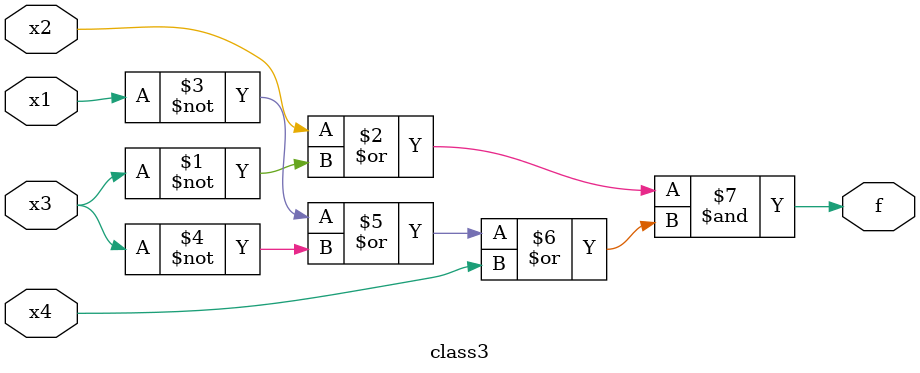
<source format=v>
module class3(x1,x2,x3,x4,f);
	input x1,x2,x3,x4;
	output f;
	assign f = (x2|~x3)&(~x1|~x3|x4);
endmodule

</source>
